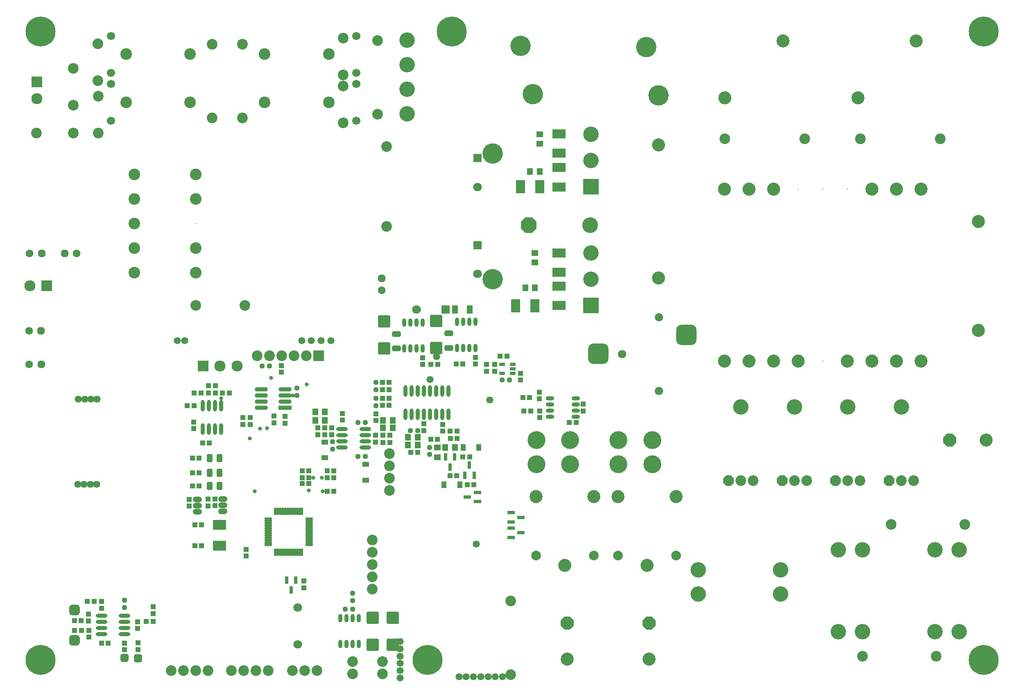
<source format=gts>
G04*
G04 #@! TF.GenerationSoftware,Altium Limited,Altium Designer,21.6.1 (37)*
G04*
G04 Layer_Color=8388736*
%FSLAX42Y42*%
%MOMM*%
G71*
G04*
G04 #@! TF.SameCoordinates,FC63BEE2-DC1F-4C2A-9970-BC50A4DCA033*
G04*
G04*
G04 #@! TF.FilePolarity,Negative*
G04*
G01*
G75*
%ADD47R,1.05X1.05*%
%ADD48R,0.80X1.50*%
%ADD49R,1.05X1.05*%
%ADD50R,1.50X0.80*%
G04:AMPARAMS|DCode=51|XSize=1mm|YSize=0.95mm|CornerRadius=0.29mm|HoleSize=0mm|Usage=FLASHONLY|Rotation=270.000|XOffset=0mm|YOffset=0mm|HoleType=Round|Shape=RoundedRectangle|*
%AMROUNDEDRECTD51*
21,1,1.00,0.38,0,0,270.0*
21,1,0.43,0.95,0,0,270.0*
1,1,0.58,-0.19,-0.21*
1,1,0.58,-0.19,0.21*
1,1,0.58,0.19,0.21*
1,1,0.58,0.19,-0.21*
%
%ADD51ROUNDEDRECTD51*%
%ADD52O,1.60X0.50*%
%ADD53O,0.50X1.60*%
%ADD54O,0.80X2.40*%
G04:AMPARAMS|DCode=55|XSize=2.6mm|YSize=2.6mm|CornerRadius=0.4mm|HoleSize=0mm|Usage=FLASHONLY|Rotation=90.000|XOffset=0mm|YOffset=0mm|HoleType=Round|Shape=RoundedRectangle|*
%AMROUNDEDRECTD55*
21,1,2.60,1.80,0,0,90.0*
21,1,1.80,2.60,0,0,90.0*
1,1,0.80,0.90,0.90*
1,1,0.80,0.90,-0.90*
1,1,0.80,-0.90,-0.90*
1,1,0.80,-0.90,0.90*
%
%ADD55ROUNDEDRECTD55*%
G04:AMPARAMS|DCode=56|XSize=1.2mm|YSize=1.8mm|CornerRadius=0.35mm|HoleSize=0mm|Usage=FLASHONLY|Rotation=90.000|XOffset=0mm|YOffset=0mm|HoleType=Round|Shape=RoundedRectangle|*
%AMROUNDEDRECTD56*
21,1,1.20,1.10,0,0,90.0*
21,1,0.50,1.80,0,0,90.0*
1,1,0.70,0.55,0.25*
1,1,0.70,0.55,-0.25*
1,1,0.70,-0.55,-0.25*
1,1,0.70,-0.55,0.25*
%
%ADD56ROUNDEDRECTD56*%
%ADD57R,1.20X1.45*%
%ADD58O,2.40X0.80*%
G04:AMPARAMS|DCode=59|XSize=1mm|YSize=0.95mm|CornerRadius=0.29mm|HoleSize=0mm|Usage=FLASHONLY|Rotation=180.000|XOffset=0mm|YOffset=0mm|HoleType=Round|Shape=RoundedRectangle|*
%AMROUNDEDRECTD59*
21,1,1.00,0.38,0,0,180.0*
21,1,0.43,0.95,0,0,180.0*
1,1,0.58,-0.21,0.19*
1,1,0.58,0.21,0.19*
1,1,0.58,0.21,-0.19*
1,1,0.58,-0.21,-0.19*
%
%ADD59ROUNDEDRECTD59*%
%ADD60R,1.42X1.11*%
%ADD61R,1.45X1.20*%
G04:AMPARAMS|DCode=62|XSize=1.22mm|YSize=1.73mm|CornerRadius=0.36mm|HoleSize=0mm|Usage=FLASHONLY|Rotation=180.000|XOffset=0mm|YOffset=0mm|HoleType=Round|Shape=RoundedRectangle|*
%AMROUNDEDRECTD62*
21,1,1.22,1.02,0,0,180.0*
21,1,0.51,1.73,0,0,180.0*
1,1,0.71,-0.25,0.51*
1,1,0.71,0.25,0.51*
1,1,0.71,0.25,-0.51*
1,1,0.71,-0.25,-0.51*
%
%ADD62ROUNDEDRECTD62*%
%ADD63R,1.20X1.80*%
G04:AMPARAMS|DCode=64|XSize=0.75mm|YSize=1.2mm|CornerRadius=0.24mm|HoleSize=0mm|Usage=FLASHONLY|Rotation=90.000|XOffset=0mm|YOffset=0mm|HoleType=Round|Shape=RoundedRectangle|*
%AMROUNDEDRECTD64*
21,1,0.75,0.73,0,0,90.0*
21,1,0.28,1.20,0,0,90.0*
1,1,0.48,0.36,0.14*
1,1,0.48,0.36,-0.14*
1,1,0.48,-0.36,-0.14*
1,1,0.48,-0.36,0.14*
%
%ADD64ROUNDEDRECTD64*%
G04:AMPARAMS|DCode=65|XSize=1.75mm|YSize=0.8mm|CornerRadius=0.4mm|HoleSize=0mm|Usage=FLASHONLY|Rotation=270.000|XOffset=0mm|YOffset=0mm|HoleType=Round|Shape=RoundedRectangle|*
%AMROUNDEDRECTD65*
21,1,1.75,0.00,0,0,270.0*
21,1,0.95,0.80,0,0,270.0*
1,1,0.80,0.00,-0.48*
1,1,0.80,0.00,0.48*
1,1,0.80,0.00,0.48*
1,1,0.80,0.00,-0.48*
%
%ADD65ROUNDEDRECTD65*%
%ADD66R,2.70X0.90*%
%ADD67O,2.70X0.90*%
G04:AMPARAMS|DCode=68|XSize=1.75mm|YSize=0.8mm|CornerRadius=0.4mm|HoleSize=0mm|Usage=FLASHONLY|Rotation=180.000|XOffset=0mm|YOffset=0mm|HoleType=Round|Shape=RoundedRectangle|*
%AMROUNDEDRECTD68*
21,1,1.75,0.00,0,0,180.0*
21,1,0.95,0.80,0,0,180.0*
1,1,0.80,-0.48,0.00*
1,1,0.80,0.48,0.00*
1,1,0.80,0.48,0.00*
1,1,0.80,-0.48,0.00*
%
%ADD68ROUNDEDRECTD68*%
%ADD69R,1.90X2.70*%
%ADD70R,1.11X1.42*%
%ADD71R,2.80X2.10*%
%ADD72R,2.70X1.90*%
%ADD73C,2.20*%
%ADD74R,2.20X2.20*%
%ADD75C,1.80*%
%ADD76C,2.00*%
%ADD77C,2.70*%
%ADD78O,1.90X1.20*%
%ADD79P,2.93X8X292.5*%
%ADD80C,1.60*%
%ADD81P,1.74X8X202.5*%
%ADD82P,1.74X8X292.5*%
%ADD83C,3.70*%
%ADD84C,2.30*%
%ADD85R,2.30X2.30*%
%ADD86R,2.30X2.30*%
%ADD87C,1.70*%
%ADD88C,2.40*%
%ADD89C,0.90*%
%ADD90C,6.20*%
G04:AMPARAMS|DCode=91|XSize=1.73mm|YSize=1.73mm|CornerRadius=0.48mm|HoleSize=0mm|Usage=FLASHONLY|Rotation=90.000|XOffset=0mm|YOffset=0mm|HoleType=Round|Shape=RoundedRectangle|*
%AMROUNDEDRECTD91*
21,1,1.73,0.76,0,0,90.0*
21,1,0.76,1.73,0,0,90.0*
1,1,0.97,0.38,0.38*
1,1,0.97,0.38,-0.38*
1,1,0.97,-0.38,-0.38*
1,1,0.97,-0.38,0.38*
%
%ADD91ROUNDEDRECTD91*%
%ADD92C,3.20*%
%ADD93R,3.20X3.20*%
%ADD94C,4.20*%
%ADD95P,2.38X8X22.5*%
%ADD96C,0.20*%
%ADD97R,1.80X1.80*%
G04:AMPARAMS|DCode=98|XSize=4.2mm|YSize=4.2mm|CornerRadius=1.1mm|HoleSize=0mm|Usage=FLASHONLY|Rotation=0.000|XOffset=0mm|YOffset=0mm|HoleType=Round|Shape=RoundedRectangle|*
%AMROUNDEDRECTD98*
21,1,4.20,2.00,0,0,0.0*
21,1,2.00,4.20,0,0,0.0*
1,1,2.20,1.00,-1.00*
1,1,2.20,-1.00,-1.00*
1,1,2.20,-1.00,1.00*
1,1,2.20,1.00,1.00*
%
%ADD98ROUNDEDRECTD98*%
%ADD99C,1.72*%
G04:AMPARAMS|DCode=100|XSize=2.2mm|YSize=2.2mm|CornerRadius=0.6mm|HoleSize=0mm|Usage=FLASHONLY|Rotation=0.000|XOffset=0mm|YOffset=0mm|HoleType=Round|Shape=RoundedRectangle|*
%AMROUNDEDRECTD100*
21,1,2.20,1.00,0,0,0.0*
21,1,1.00,2.20,0,0,0.0*
1,1,1.20,0.50,-0.50*
1,1,1.20,-0.50,-0.50*
1,1,1.20,-0.50,0.50*
1,1,1.20,0.50,0.50*
%
%ADD100ROUNDEDRECTD100*%
G04:AMPARAMS|DCode=101|XSize=2.2mm|YSize=2.2mm|CornerRadius=0.6mm|HoleSize=0mm|Usage=FLASHONLY|Rotation=90.000|XOffset=0mm|YOffset=0mm|HoleType=Round|Shape=RoundedRectangle|*
%AMROUNDEDRECTD101*
21,1,2.20,1.00,0,0,90.0*
21,1,1.00,2.20,0,0,90.0*
1,1,1.20,0.50,0.50*
1,1,1.20,0.50,-0.50*
1,1,1.20,-0.50,-0.50*
1,1,1.20,-0.50,0.50*
%
%ADD101ROUNDEDRECTD101*%
%ADD102P,3.52X8X202.5*%
%ADD103R,1.80X1.80*%
%ADD104C,3.25*%
%ADD105P,2.93X8X22.5*%
%ADD106C,1.47*%
%ADD107C,0.80*%
D47*
X10490Y4145D02*
D03*
X10630D02*
D03*
X10472Y4427D02*
D03*
X10612D02*
D03*
X7565Y4740D02*
D03*
X7705D02*
D03*
X7565Y4590D02*
D03*
X7705D02*
D03*
X6233Y3660D02*
D03*
X6372D02*
D03*
X6235Y3803D02*
D03*
X6375D02*
D03*
X7720Y3497D02*
D03*
X7580D02*
D03*
X7720Y3645D02*
D03*
X7580D02*
D03*
X7708Y4265D02*
D03*
X7568D02*
D03*
X7708Y4412D02*
D03*
X7568D02*
D03*
X1343Y-388D02*
D03*
X1202D02*
D03*
X1340Y-185D02*
D03*
X1200D02*
D03*
X1900Y-650D02*
D03*
X1760D02*
D03*
X2827Y-208D02*
D03*
X2688D02*
D03*
X11430Y3910D02*
D03*
X11570D02*
D03*
X1468Y208D02*
D03*
X1608D02*
D03*
X3830Y1790D02*
D03*
X3690D02*
D03*
X3830Y1360D02*
D03*
X3690D02*
D03*
X3532Y4258D02*
D03*
X3672D02*
D03*
X10000Y5280D02*
D03*
X10140D02*
D03*
X3780Y3170D02*
D03*
X3640D02*
D03*
X3780Y2870D02*
D03*
X3640D02*
D03*
X3780Y2600D02*
D03*
X3640D02*
D03*
X5908Y2767D02*
D03*
X6047D02*
D03*
X5908Y2645D02*
D03*
X6047D02*
D03*
X5908Y2912D02*
D03*
X6047D02*
D03*
X6423Y2767D02*
D03*
X6563D02*
D03*
X6423Y2485D02*
D03*
X6563D02*
D03*
X6423Y2915D02*
D03*
X6563D02*
D03*
X4115Y4520D02*
D03*
X3975D02*
D03*
X3817Y4520D02*
D03*
X3678D02*
D03*
X9090Y5120D02*
D03*
X9230D02*
D03*
X8710Y5110D02*
D03*
X8570D02*
D03*
X9103Y2812D02*
D03*
X8962D02*
D03*
X8972Y3583D02*
D03*
X9112D02*
D03*
X9110Y3730D02*
D03*
X8970D02*
D03*
X9460Y2625D02*
D03*
X9320D02*
D03*
X9372Y3198D02*
D03*
X9232D02*
D03*
X8155Y3292D02*
D03*
X8295D02*
D03*
X8705Y3560D02*
D03*
X8565D02*
D03*
X4403Y4520D02*
D03*
X4262D02*
D03*
X3850Y3490D02*
D03*
X3990D02*
D03*
X4115Y4670D02*
D03*
X3975D02*
D03*
D48*
X5775Y655D02*
D03*
X5585D02*
D03*
X5680Y445D02*
D03*
X9368Y3027D02*
D03*
X9462Y2817D02*
D03*
X9272D02*
D03*
X8965Y2988D02*
D03*
X8870Y3198D02*
D03*
X9060D02*
D03*
D49*
X5940Y490D02*
D03*
Y630D02*
D03*
X6738Y4100D02*
D03*
Y3960D02*
D03*
X7430Y4090D02*
D03*
Y3950D02*
D03*
X6518Y3658D02*
D03*
Y3797D02*
D03*
X7428Y3505D02*
D03*
Y3645D02*
D03*
X1495Y-528D02*
D03*
Y-388D02*
D03*
X1760Y208D02*
D03*
Y67D02*
D03*
X1493Y-55D02*
D03*
Y-195D02*
D03*
X2235Y-650D02*
D03*
Y-790D02*
D03*
X2510Y-210D02*
D03*
Y-350D02*
D03*
X2515Y-645D02*
D03*
Y-785D02*
D03*
X11720Y4150D02*
D03*
Y4290D02*
D03*
X2827Y98D02*
D03*
Y-43D02*
D03*
X9720Y5110D02*
D03*
Y4970D02*
D03*
X4750Y1150D02*
D03*
Y1290D02*
D03*
X3575Y2323D02*
D03*
Y2183D02*
D03*
X3965Y2325D02*
D03*
Y2185D02*
D03*
X10420Y4930D02*
D03*
Y4790D02*
D03*
X9890Y4970D02*
D03*
Y5110D02*
D03*
X4838Y4010D02*
D03*
Y3870D02*
D03*
X5558Y4038D02*
D03*
Y3897D02*
D03*
X5480Y5090D02*
D03*
Y4950D02*
D03*
X4105Y2327D02*
D03*
Y2188D02*
D03*
X10818Y4150D02*
D03*
Y4010D02*
D03*
X10810Y4400D02*
D03*
Y4540D02*
D03*
X8812Y3733D02*
D03*
Y3872D02*
D03*
X9490Y5120D02*
D03*
Y5260D02*
D03*
X8400Y5110D02*
D03*
Y5250D02*
D03*
X8422Y3883D02*
D03*
Y3742D02*
D03*
X3670Y3920D02*
D03*
Y3780D02*
D03*
X4680Y3870D02*
D03*
Y4010D02*
D03*
X5328Y3903D02*
D03*
Y4042D02*
D03*
D50*
X10225Y2045D02*
D03*
Y1855D02*
D03*
X10435Y1950D02*
D03*
X10225Y1725D02*
D03*
Y1535D02*
D03*
X10435Y1630D02*
D03*
X9320Y2373D02*
D03*
X9530Y2467D02*
D03*
Y2277D02*
D03*
D51*
X7432Y4588D02*
D03*
Y4738D02*
D03*
X6540Y3360D02*
D03*
Y3510D02*
D03*
X7430Y4260D02*
D03*
Y4410D02*
D03*
X8547Y3247D02*
D03*
Y3397D02*
D03*
X6947Y378D02*
D03*
Y228D02*
D03*
X2235Y238D02*
D03*
Y87D02*
D03*
X5797Y4622D02*
D03*
Y4472D02*
D03*
D52*
X5210Y1925D02*
D03*
Y1875D02*
D03*
Y1825D02*
D03*
Y1775D02*
D03*
Y1725D02*
D03*
Y1675D02*
D03*
Y1625D02*
D03*
Y1575D02*
D03*
Y1525D02*
D03*
Y1475D02*
D03*
Y1425D02*
D03*
Y1375D02*
D03*
X6050D02*
D03*
Y1425D02*
D03*
Y1475D02*
D03*
Y1525D02*
D03*
Y1575D02*
D03*
Y1625D02*
D03*
Y1675D02*
D03*
Y1725D02*
D03*
Y1775D02*
D03*
Y1825D02*
D03*
Y1875D02*
D03*
Y1925D02*
D03*
D53*
X5355Y1230D02*
D03*
X5405D02*
D03*
X5455D02*
D03*
X5505D02*
D03*
X5555D02*
D03*
X5605D02*
D03*
X5655D02*
D03*
X5705D02*
D03*
X5755D02*
D03*
X5805D02*
D03*
X5855D02*
D03*
X5905D02*
D03*
Y2070D02*
D03*
X5855D02*
D03*
X5805D02*
D03*
X5755D02*
D03*
X5705D02*
D03*
X5655D02*
D03*
X5605D02*
D03*
X5555D02*
D03*
X5505D02*
D03*
X5455D02*
D03*
X5405D02*
D03*
X5355D02*
D03*
D54*
X8042Y4080D02*
D03*
X8169D02*
D03*
X8296D02*
D03*
X8423D02*
D03*
X8550D02*
D03*
X8677D02*
D03*
X8804D02*
D03*
X8931D02*
D03*
X8042Y4560D02*
D03*
X8169D02*
D03*
X8296D02*
D03*
X8423D02*
D03*
X8550D02*
D03*
X8677D02*
D03*
X8804D02*
D03*
X8931D02*
D03*
X4235Y4258D02*
D03*
X4108D02*
D03*
X3981D02*
D03*
X3854D02*
D03*
X4235Y3778D02*
D03*
X4108D02*
D03*
X3981D02*
D03*
X3854D02*
D03*
D55*
X7603Y6005D02*
D03*
Y5445D02*
D03*
X8675Y6012D02*
D03*
Y5453D02*
D03*
X7778Y-690D02*
D03*
Y-130D02*
D03*
X7368Y-685D02*
D03*
Y-125D02*
D03*
D56*
X7860Y5740D02*
D03*
Y5440D02*
D03*
X8943Y5753D02*
D03*
Y5453D02*
D03*
D57*
X6378Y3955D02*
D03*
X6178D02*
D03*
X6378Y4130D02*
D03*
X6178D02*
D03*
X7578Y3797D02*
D03*
X7778D02*
D03*
X7580Y3953D02*
D03*
X7780D02*
D03*
X8297Y3445D02*
D03*
X8097D02*
D03*
X8297Y3603D02*
D03*
X8097D02*
D03*
X9068Y3392D02*
D03*
X8868D02*
D03*
X10820Y9097D02*
D03*
X10620D02*
D03*
X10720Y6700D02*
D03*
X10520D02*
D03*
D58*
X7215Y3390D02*
D03*
Y3517D02*
D03*
Y3644D02*
D03*
Y3771D02*
D03*
X6735Y3390D02*
D03*
Y3517D02*
D03*
Y3644D02*
D03*
Y3771D02*
D03*
X2238Y-468D02*
D03*
Y-341D02*
D03*
Y-214D02*
D03*
Y-87D02*
D03*
X1758Y-468D02*
D03*
Y-341D02*
D03*
Y-214D02*
D03*
Y-87D02*
D03*
D59*
X7212Y3912D02*
D03*
X7062D02*
D03*
X7065Y3212D02*
D03*
X7215D02*
D03*
X5231Y5078D02*
D03*
X5081D02*
D03*
X10040Y4790D02*
D03*
X10190D02*
D03*
X8145Y3740D02*
D03*
X8295D02*
D03*
X6797Y50D02*
D03*
X6947D02*
D03*
D60*
X6378Y3180D02*
D03*
Y3508D02*
D03*
X7218Y2720D02*
D03*
Y3048D02*
D03*
D61*
X8703Y3192D02*
D03*
Y3392D02*
D03*
X10818Y9675D02*
D03*
Y9875D02*
D03*
X10720Y7220D02*
D03*
Y7420D02*
D03*
D62*
X3998Y3170D02*
D03*
X4202D02*
D03*
Y2870D02*
D03*
X3998D02*
D03*
Y2600D02*
D03*
X4202D02*
D03*
D63*
X9070Y6250D02*
D03*
X9370D02*
D03*
D64*
X10260Y4925D02*
D03*
Y5020D02*
D03*
Y5115D02*
D03*
X10040D02*
D03*
Y4925D02*
D03*
D65*
X7078Y-133D02*
D03*
X6951D02*
D03*
X6824D02*
D03*
X6697D02*
D03*
Y-672D02*
D03*
X6824D02*
D03*
X6951D02*
D03*
X7078D02*
D03*
X9110Y5450D02*
D03*
X9236D02*
D03*
X9364D02*
D03*
X9490D02*
D03*
Y5990D02*
D03*
X9364D02*
D03*
X9236D02*
D03*
X9110D02*
D03*
X8019Y5440D02*
D03*
X8146D02*
D03*
X8274D02*
D03*
X8400D02*
D03*
Y5980D02*
D03*
X8274D02*
D03*
X8146D02*
D03*
X8019D02*
D03*
D66*
X5555Y4215D02*
D03*
D67*
Y4342D02*
D03*
Y4469D02*
D03*
Y4596D02*
D03*
X5065Y4215D02*
D03*
Y4342D02*
D03*
Y4469D02*
D03*
Y4596D02*
D03*
D68*
X11568Y4027D02*
D03*
Y4154D02*
D03*
Y4281D02*
D03*
Y4408D02*
D03*
X11028D02*
D03*
Y4281D02*
D03*
Y4154D02*
D03*
Y4027D02*
D03*
D69*
X10422Y8785D02*
D03*
X10822D02*
D03*
X10720Y6320D02*
D03*
X10320D02*
D03*
D70*
X9170Y2625D02*
D03*
X8843D02*
D03*
X9562Y3395D02*
D03*
X9235D02*
D03*
D71*
X4200Y1795D02*
D03*
Y1365D02*
D03*
D72*
X11218Y9878D02*
D03*
Y9478D02*
D03*
X11222Y8782D02*
D03*
Y9182D02*
D03*
X11220Y6330D02*
D03*
Y6730D02*
D03*
X11222Y7420D02*
D03*
Y7020D02*
D03*
D73*
X6757Y10111D02*
D03*
Y10873D02*
D03*
X1697Y9899D02*
D03*
Y10661D02*
D03*
X6757Y11101D02*
D03*
Y11863D02*
D03*
X1687Y10979D02*
D03*
Y11741D02*
D03*
X5232Y5288D02*
D03*
X5486D02*
D03*
X5994D02*
D03*
X5740D02*
D03*
X4978D02*
D03*
X5211Y-1220D02*
D03*
X4957D02*
D03*
X4703D02*
D03*
X4449D02*
D03*
X5960D02*
D03*
X6214D02*
D03*
X5706D02*
D03*
X7357Y464D02*
D03*
Y718D02*
D03*
Y972D02*
D03*
Y1226D02*
D03*
Y1480D02*
D03*
X10220Y-1302D02*
D03*
Y222D02*
D03*
X4728Y6330D02*
D03*
X3712D02*
D03*
X3199Y-1220D02*
D03*
X3453D02*
D03*
X3707D02*
D03*
X3961D02*
D03*
X7715Y2501D02*
D03*
Y2756D02*
D03*
Y3009D02*
D03*
Y3263D02*
D03*
X14649Y9775D02*
D03*
X16300D02*
D03*
X17450D02*
D03*
X19101D02*
D03*
X419Y9900D02*
D03*
X1181D02*
D03*
X1180Y10469D02*
D03*
Y11231D02*
D03*
X7650Y9620D02*
D03*
Y7969D02*
D03*
X19012Y-920D02*
D03*
X17488D02*
D03*
X18300Y2710D02*
D03*
X18554D02*
D03*
X14980D02*
D03*
X15234D02*
D03*
X17190D02*
D03*
X17444D02*
D03*
X16090D02*
D03*
X16344D02*
D03*
X6953Y-1288D02*
D03*
Y-1034D02*
D03*
X7572Y-1288D02*
D03*
Y-1034D02*
D03*
X18088Y1800D02*
D03*
X19612D02*
D03*
X4677Y11732D02*
D03*
Y10208D02*
D03*
X4047Y11732D02*
D03*
Y10208D02*
D03*
X7467Y11812D02*
D03*
Y10288D02*
D03*
D74*
X6248Y5288D02*
D03*
D75*
X5820Y-680D02*
D03*
Y80D02*
D03*
X8275Y6250D02*
D03*
X9530Y8780D02*
D03*
X9530Y6980D02*
D03*
D76*
X10740Y1160D02*
D03*
X11940D02*
D03*
X12440D02*
D03*
X13640D02*
D03*
D77*
X11340Y960D02*
D03*
X11940Y2380D02*
D03*
X10740D02*
D03*
X11390Y-985D02*
D03*
X13080D02*
D03*
X18599Y11800D02*
D03*
X15851D02*
D03*
X19890Y8065D02*
D03*
Y5815D02*
D03*
X18702Y8736D02*
D03*
X18194D02*
D03*
X17686D02*
D03*
X15654D02*
D03*
X15146D02*
D03*
X14638D02*
D03*
Y5180D02*
D03*
X15146D02*
D03*
X15654D02*
D03*
X16162D02*
D03*
X17178D02*
D03*
X17686D02*
D03*
X18194D02*
D03*
X18702D02*
D03*
X13040Y960D02*
D03*
X13640Y2380D02*
D03*
X12440D02*
D03*
X13275Y6903D02*
D03*
Y9650D02*
D03*
X14651Y10625D02*
D03*
X20045Y3550D02*
D03*
X17399Y10625D02*
D03*
D78*
X4267Y2327D02*
D03*
Y2200D02*
D03*
Y2073D02*
D03*
X3742Y2322D02*
D03*
Y2195D02*
D03*
Y2068D02*
D03*
D79*
X11390Y-235D02*
D03*
X13080D02*
D03*
D80*
X265Y5110D02*
D03*
X275Y7410D02*
D03*
X260Y5810D02*
D03*
X1245Y7410D02*
D03*
X7550Y6645D02*
D03*
D81*
X515Y5110D02*
D03*
X525Y7410D02*
D03*
X510Y5810D02*
D03*
X995Y7410D02*
D03*
D82*
X7550Y6895D02*
D03*
D83*
X10750Y3050D02*
D03*
Y3550D02*
D03*
X11450D02*
D03*
Y3050D02*
D03*
X12450Y3550D02*
D03*
Y3050D02*
D03*
X13150D02*
D03*
Y3550D02*
D03*
D84*
X420Y10605D02*
D03*
X280Y6740D02*
D03*
X4210Y5075D02*
D03*
X4560D02*
D03*
D85*
X420Y10955D02*
D03*
D86*
X630Y6740D02*
D03*
X3860Y5075D02*
D03*
D87*
X1957Y11900D02*
D03*
Y11138D02*
D03*
X7027Y11902D02*
D03*
Y11140D02*
D03*
X1957Y10910D02*
D03*
Y10148D02*
D03*
X7027Y10910D02*
D03*
Y10148D02*
D03*
D88*
X2267Y11530D02*
D03*
X3593D02*
D03*
X2267Y10530D02*
D03*
X3593D02*
D03*
X5135Y11530D02*
D03*
X6460D02*
D03*
X5135Y10530D02*
D03*
X6460D02*
D03*
X2440Y7009D02*
D03*
Y7517D02*
D03*
Y8025D02*
D03*
Y8533D02*
D03*
Y9041D02*
D03*
X3710D02*
D03*
Y8533D02*
D03*
Y7517D02*
D03*
Y7009D02*
D03*
D89*
X290Y11880D02*
D03*
X380Y11800D02*
D03*
Y12210D02*
D03*
X300Y12120D02*
D03*
X710D02*
D03*
X620Y12200D02*
D03*
X700Y11880D02*
D03*
X620Y11790D02*
D03*
X500Y11760D02*
D03*
X740Y12000D02*
D03*
X260D02*
D03*
X500Y12240D02*
D03*
X8790Y11880D02*
D03*
X8880Y11800D02*
D03*
Y12210D02*
D03*
X8800Y12120D02*
D03*
X9210D02*
D03*
X9120Y12200D02*
D03*
X9200Y11880D02*
D03*
X9120Y11790D02*
D03*
X9000Y11760D02*
D03*
X9240Y12000D02*
D03*
X8760D02*
D03*
X9000Y12240D02*
D03*
X19790Y11880D02*
D03*
X19880Y11800D02*
D03*
Y12210D02*
D03*
X19800Y12120D02*
D03*
X20210D02*
D03*
X20120Y12200D02*
D03*
X20200Y11880D02*
D03*
X20120Y11790D02*
D03*
X20000Y11760D02*
D03*
X20240Y12000D02*
D03*
X19760D02*
D03*
X20000Y12240D02*
D03*
X19790Y-1120D02*
D03*
X19880Y-1200D02*
D03*
Y-790D02*
D03*
X19800Y-880D02*
D03*
X20210D02*
D03*
X20120Y-800D02*
D03*
X20200Y-1120D02*
D03*
X20120Y-1210D02*
D03*
X20000Y-1240D02*
D03*
X20240Y-1000D02*
D03*
X19760D02*
D03*
X20000Y-760D02*
D03*
X8290Y-1120D02*
D03*
X8380Y-1200D02*
D03*
Y-790D02*
D03*
X8300Y-880D02*
D03*
X8710D02*
D03*
X8620Y-800D02*
D03*
X8700Y-1120D02*
D03*
X8620Y-1210D02*
D03*
X8500Y-1240D02*
D03*
X8740Y-1000D02*
D03*
X8260D02*
D03*
X8500Y-760D02*
D03*
X290Y-1120D02*
D03*
X380Y-1200D02*
D03*
Y-790D02*
D03*
X300Y-880D02*
D03*
X710D02*
D03*
X620Y-800D02*
D03*
X700Y-1120D02*
D03*
X620Y-1210D02*
D03*
X500Y-1240D02*
D03*
X740Y-1000D02*
D03*
X260D02*
D03*
X500Y-760D02*
D03*
D90*
Y12000D02*
D03*
X9000D02*
D03*
X20000D02*
D03*
Y-1000D02*
D03*
X8500D02*
D03*
X500D02*
D03*
D91*
X2517Y-968D02*
D03*
X2238Y-960D02*
D03*
D92*
X11875Y9875D02*
D03*
Y9330D02*
D03*
X18300Y4234D02*
D03*
X14980D02*
D03*
X17190D02*
D03*
X19490Y1280D02*
D03*
X18990D02*
D03*
Y-420D02*
D03*
X19490D02*
D03*
X17490Y1280D02*
D03*
X16990D02*
D03*
Y-420D02*
D03*
X17490D02*
D03*
X14100Y360D02*
D03*
Y860D02*
D03*
X15800D02*
D03*
Y360D02*
D03*
X16090Y4234D02*
D03*
X11875Y6875D02*
D03*
X8077Y10298D02*
D03*
X11875Y7420D02*
D03*
X8077Y11822D02*
D03*
Y10806D02*
D03*
Y11314D02*
D03*
D93*
X11875Y8785D02*
D03*
X11875Y6330D02*
D03*
D94*
X13025Y11675D02*
D03*
X13275Y10675D02*
D03*
X10425Y11700D02*
D03*
X10675Y10700D02*
D03*
X9845Y6875D02*
D03*
X9845Y9470D02*
D03*
D95*
X18046Y2710D02*
D03*
X14726D02*
D03*
X16936D02*
D03*
X15836D02*
D03*
D96*
X3710Y8025D02*
D03*
X17178Y8736D02*
D03*
X16670D02*
D03*
X16162D02*
D03*
X16670Y5180D02*
D03*
D97*
X8875Y6250D02*
D03*
D98*
X13850Y5725D02*
D03*
X12030Y5335D02*
D03*
D99*
X13281Y4563D02*
D03*
Y6087D02*
D03*
X12519Y5325D02*
D03*
D100*
X1202Y-593D02*
D03*
D101*
Y35D02*
D03*
D102*
X10595Y7990D02*
D03*
D103*
X9530Y9380D02*
D03*
X9530Y7580D02*
D03*
D104*
X11865Y7990D02*
D03*
D105*
X19295Y3550D02*
D03*
D106*
X7930Y-620D02*
D03*
Y-770D02*
D03*
Y-920D02*
D03*
Y-1070D02*
D03*
Y-1220D02*
D03*
Y-1370D02*
D03*
X9788Y4380D02*
D03*
X9507Y1395D02*
D03*
X8690Y5270D02*
D03*
X8550Y4800D02*
D03*
X10050Y-1350D02*
D03*
X9900D02*
D03*
X9750D02*
D03*
X9600D02*
D03*
X9450D02*
D03*
X9300D02*
D03*
X9150D02*
D03*
X5900Y5600D02*
D03*
X6100D02*
D03*
X6300D02*
D03*
X6500D02*
D03*
X3480D02*
D03*
X3330D02*
D03*
X1670Y4390D02*
D03*
X1540D02*
D03*
X1410D02*
D03*
X1660Y2630D02*
D03*
X1530D02*
D03*
X1400D02*
D03*
X1270D02*
D03*
X1280Y4390D02*
D03*
D107*
X4928Y2490D02*
D03*
X6000Y4700D02*
D03*
X4235Y4408D02*
D03*
X5712Y4472D02*
D03*
X5270Y4830D02*
D03*
X5180Y3790D02*
D03*
X5038Y3785D02*
D03*
X4822Y3583D02*
D03*
X6047Y2508D02*
D03*
X6335Y2485D02*
D03*
X6320Y2770D02*
D03*
X6135Y2767D02*
D03*
M02*

</source>
